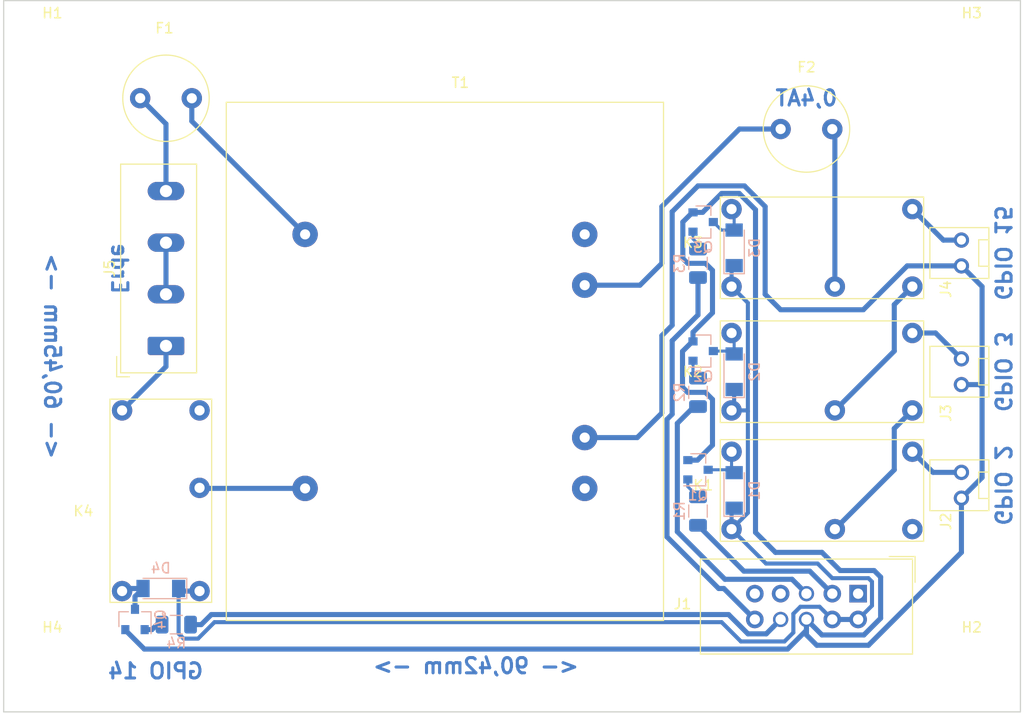
<source format=kicad_pcb>
(kicad_pcb (version 20171130) (host pcbnew 5.1.4+dfsg1-1)

  (general
    (thickness 1.6)
    (drawings 12)
    (tracks 181)
    (zones 0)
    (modules 28)
    (nets 32)
  )

  (page A4)
  (layers
    (0 F.Cu signal)
    (31 B.Cu signal)
    (32 B.Adhes user)
    (33 F.Adhes user)
    (34 B.Paste user)
    (35 F.Paste user)
    (36 B.SilkS user)
    (37 F.SilkS user)
    (38 B.Mask user)
    (39 F.Mask user)
    (40 Dwgs.User user)
    (41 Cmts.User user)
    (42 Eco1.User user)
    (43 Eco2.User user)
    (44 Edge.Cuts user)
    (45 Margin user)
    (46 B.CrtYd user)
    (47 F.CrtYd user)
    (48 B.Fab user)
    (49 F.Fab user)
  )

  (setup
    (last_trace_width 0.5)
    (user_trace_width 0.5)
    (trace_clearance 0.3)
    (zone_clearance 0.508)
    (zone_45_only no)
    (trace_min 0.2)
    (via_size 0.8)
    (via_drill 0.4)
    (via_min_size 0.4)
    (via_min_drill 0.3)
    (uvia_size 0.3)
    (uvia_drill 0.1)
    (uvias_allowed no)
    (uvia_min_size 0.2)
    (uvia_min_drill 0.1)
    (edge_width 0.05)
    (segment_width 0.2)
    (pcb_text_width 0.3)
    (pcb_text_size 1.5 1.5)
    (mod_edge_width 0.12)
    (mod_text_size 1 1)
    (mod_text_width 0.15)
    (pad_size 1.5 1.5)
    (pad_drill 1.016)
    (pad_to_mask_clearance 0.051)
    (solder_mask_min_width 0.25)
    (aux_axis_origin 0 0)
    (visible_elements FEFFFF7F)
    (pcbplotparams
      (layerselection 0x010fc_ffffffff)
      (usegerberextensions false)
      (usegerberattributes false)
      (usegerberadvancedattributes false)
      (creategerberjobfile false)
      (excludeedgelayer true)
      (linewidth 0.100000)
      (plotframeref false)
      (viasonmask false)
      (mode 1)
      (useauxorigin false)
      (hpglpennumber 1)
      (hpglpenspeed 20)
      (hpglpendiameter 15.000000)
      (psnegative false)
      (psa4output false)
      (plotreference true)
      (plotvalue true)
      (plotinvisibletext false)
      (padsonsilk false)
      (subtractmaskfromsilk false)
      (outputformat 1)
      (mirror false)
      (drillshape 1)
      (scaleselection 1)
      (outputdirectory ""))
  )

  (net 0 "")
  (net 1 "Net-(D1-Pad2)")
  (net 2 +5V)
  (net 3 "Net-(D2-Pad2)")
  (net 4 "Net-(D3-Pad2)")
  (net 5 "Net-(D4-Pad2)")
  (net 6 "Net-(J1-Pad10)")
  (net 7 "Net-(J1-Pad9)")
  (net 8 "Net-(J1-Pad8)")
  (net 9 "Net-(J1-Pad7)")
  (net 10 GND)
  (net 11 "Net-(J1-Pad5)")
  (net 12 "Net-(J1-Pad3)")
  (net 13 "Net-(J1-Pad1)")
  (net 14 "Net-(J2-Pad1)")
  (net 15 "Net-(J3-Pad1)")
  (net 16 "Net-(J4-Pad1)")
  (net 17 "Net-(J5-Pad1)")
  (net 18 24V_AC)
  (net 19 "Net-(K4-Pad11)")
  (net 20 "Net-(Q1-Pad1)")
  (net 21 "Net-(Q2-Pad1)")
  (net 22 "Net-(Q3-Pad1)")
  (net 23 "Net-(Q4-Pad1)")
  (net 24 "Net-(K1-Pad11)")
  (net 25 "Net-(K1-Pad12)")
  (net 26 "Net-(K2-Pad11)")
  (net 27 "Net-(K4-Pad12)")
  (net 28 "Net-(J5-Pad2)")
  (net 29 "Net-(F1-Pad2)")
  (net 30 "Net-(F1-Pad1)")
  (net 31 "Net-(F2-Pad2)")

  (net_class Default "Dies ist die voreingestellte Netzklasse."
    (clearance 0.3)
    (trace_width 0.5)
    (via_dia 0.8)
    (via_drill 0.4)
    (uvia_dia 0.3)
    (uvia_drill 0.1)
    (add_net "Net-(D1-Pad2)")
    (add_net "Net-(D2-Pad2)")
    (add_net "Net-(D3-Pad2)")
    (add_net "Net-(D4-Pad2)")
    (add_net "Net-(F1-Pad1)")
    (add_net "Net-(F1-Pad2)")
    (add_net "Net-(F2-Pad2)")
    (add_net "Net-(J1-Pad1)")
    (add_net "Net-(J1-Pad10)")
    (add_net "Net-(J1-Pad3)")
    (add_net "Net-(J1-Pad5)")
    (add_net "Net-(J1-Pad7)")
    (add_net "Net-(J1-Pad8)")
    (add_net "Net-(J1-Pad9)")
    (add_net "Net-(J2-Pad1)")
    (add_net "Net-(J3-Pad1)")
    (add_net "Net-(J4-Pad1)")
    (add_net "Net-(J5-Pad1)")
    (add_net "Net-(J5-Pad2)")
    (add_net "Net-(K1-Pad11)")
    (add_net "Net-(K1-Pad12)")
    (add_net "Net-(K2-Pad11)")
    (add_net "Net-(K4-Pad11)")
    (add_net "Net-(K4-Pad12)")
    (add_net "Net-(Q1-Pad1)")
    (add_net "Net-(Q2-Pad1)")
    (add_net "Net-(Q3-Pad1)")
    (add_net "Net-(Q4-Pad1)")
  )

  (net_class 04er ""
    (clearance 0.3)
    (trace_width 0.4)
    (via_dia 0.8)
    (via_drill 0.4)
    (uvia_dia 0.3)
    (uvia_drill 0.1)
    (add_net +5V)
  )

  (net_class 05er ""
    (clearance 0.3)
    (trace_width 0.5)
    (via_dia 0.8)
    (via_drill 0.4)
    (uvia_dia 0.3)
    (uvia_drill 0.1)
    (add_net 24V_AC)
    (add_net GND)
  )

  (module Gerold:Schraubklemme_4-fach (layer F.Cu) (tedit 5EA5BD08) (tstamp 5EA1AD39)
    (at -34.036 -1.016 90)
    (descr "Generic Phoenix Contact connector footprint for: MCV_1,5/4-G-5.08; number of pins: 04; pin pitch: 5.08mm; Vertical || order number: 1836312 8A 320V")
    (tags "phoenix_contact connector MCV_01x04_G_5.08mm")
    (path /5EBD70A0)
    (fp_text reference J5 (at 7.62 -5.55 90) (layer F.SilkS)
      (effects (font (size 1 1) (thickness 0.15)))
    )
    (fp_text value "Netzanschluss 230V AC" (at 7.62 4.1 90) (layer F.Fab)
      (effects (font (size 1 1) (thickness 0.15)))
    )
    (fp_text user %R (at 7.62 -3.65 90) (layer F.Fab)
      (effects (font (size 1 1) (thickness 0.15)))
    )
    (fp_line (start -3.04 -4.85) (end -1.04 -4.85) (layer F.Fab) (width 0.1))
    (fp_line (start -3.04 -3.6) (end -3.04 -4.85) (layer F.Fab) (width 0.1))
    (fp_line (start -3.04 -4.85) (end -1.04 -4.85) (layer F.SilkS) (width 0.12))
    (fp_line (start -3.04 -3.6) (end -3.04 -4.85) (layer F.SilkS) (width 0.12))
    (fp_line (start 18.28 -4.85) (end -3.04 -4.85) (layer F.CrtYd) (width 0.05))
    (fp_line (start 18.28 3.4) (end 18.28 -4.85) (layer F.CrtYd) (width 0.05))
    (fp_line (start -3.04 3.4) (end 18.28 3.4) (layer F.CrtYd) (width 0.05))
    (fp_line (start -3.04 -4.85) (end -3.04 3.4) (layer F.CrtYd) (width 0.05))
    (fp_line (start 17.78 -4.35) (end -2.54 -4.35) (layer F.Fab) (width 0.1))
    (fp_line (start 17.78 2.9) (end 17.78 -4.35) (layer F.Fab) (width 0.1))
    (fp_line (start -2.54 2.9) (end 17.78 2.9) (layer F.Fab) (width 0.1))
    (fp_line (start -2.54 -4.35) (end -2.54 2.9) (layer F.Fab) (width 0.1))
    (fp_line (start 17.89 -4.46) (end -2.65 -4.46) (layer F.SilkS) (width 0.12))
    (fp_line (start 17.89 3.01) (end 17.89 -4.46) (layer F.SilkS) (width 0.12))
    (fp_line (start -2.65 3.01) (end 17.89 3.01) (layer F.SilkS) (width 0.12))
    (fp_line (start -2.65 -4.46) (end -2.65 3.01) (layer F.SilkS) (width 0.12))
    (pad 4 thru_hole oval (at 15.24 0 90) (size 1.8 3.6) (drill 1.2) (layers *.Cu *.Mask)
      (net 30 "Net-(F1-Pad1)"))
    (pad 3 thru_hole oval (at 10.16 0 90) (size 1.8 3.6) (drill 1.2) (layers *.Cu *.Mask)
      (net 28 "Net-(J5-Pad2)"))
    (pad 2 thru_hole oval (at 5.08 0 90) (size 1.8 3.6) (drill 1.2) (layers *.Cu *.Mask)
      (net 28 "Net-(J5-Pad2)"))
    (pad 1 thru_hole roundrect (at 0 0 90) (size 1.8 3.6) (drill 1.2) (layers *.Cu *.Mask) (roundrect_rratio 0.138889)
      (net 17 "Net-(J5-Pad1)"))
    (model /home/guenter/Dokumente/Kicad/3D/Schraubklemme_4-fach.step
      (offset (xyz 17.7 -4 0))
      (scale (xyz 1 1 1))
      (rotate (xyz 0 0 180))
    )
  )

  (module Gerold:PSS2542-2G (layer F.Cu) (tedit 5EA557D7) (tstamp 5EA1ACCE)
    (at 44.196 12.7 270)
    (path /5EAB73EE)
    (fp_text reference J2 (at 3.556 1.524 270) (layer F.SilkS)
      (effects (font (size 1 1) (thickness 0.15)))
    )
    (fp_text value "Ventil GPIO 2" (at 0 -0.5 270) (layer F.Fab)
      (effects (font (size 1 1) (thickness 0.15)))
    )
    (fp_line (start 1.3 -1.7) (end 1.3 -2.7) (layer F.SilkS) (width 0.12))
    (fp_line (start -1.3 -1.7) (end 1.3 -1.7) (layer F.SilkS) (width 0.12))
    (fp_line (start -1.3 -2.7) (end -1.3 -1.7) (layer F.SilkS) (width 0.12))
    (fp_line (start -2.5 -2.7) (end -2.5 3.1) (layer F.SilkS) (width 0.12))
    (fp_line (start 2.5 3.1) (end -2.5 3.1) (layer F.SilkS) (width 0.12))
    (fp_line (start 2.5 -2.7) (end 2.5 3.1) (layer F.SilkS) (width 0.12))
    (fp_line (start -2.5 -2.7) (end 2.5 -2.7) (layer F.SilkS) (width 0.12))
    (pad 2 thru_hole circle (at 1.27 0 270) (size 1.5 1.5) (drill 0.9) (layers *.Cu *.Mask)
      (net 10 GND))
    (pad 1 thru_hole circle (at -1.27 0 270) (size 1.5 1.5) (drill 0.9) (layers *.Cu *.Mask)
      (net 14 "Net-(J2-Pad1)"))
    (model /home/guenter/Dokumente/Kicad/3D/PSS254-2G.step
      (offset (xyz -2.65 -3.05 0))
      (scale (xyz 1 1 1))
      (rotate (xyz 0 0 0))
    )
  )

  (module Gerold:PSS2542-2G (layer F.Cu) (tedit 5EA557AB) (tstamp 5EA1ACDB)
    (at 44.196 1.524 270)
    (path /5EAB532A)
    (fp_text reference J3 (at 4.064 1.524 270) (layer F.SilkS)
      (effects (font (size 1 1) (thickness 0.15)))
    )
    (fp_text value "Ventil GPIO 3" (at 0 -0.5 270) (layer F.Fab)
      (effects (font (size 1 1) (thickness 0.15)))
    )
    (fp_line (start 1.3 -1.7) (end 1.3 -2.7) (layer F.SilkS) (width 0.12))
    (fp_line (start -1.3 -1.7) (end 1.3 -1.7) (layer F.SilkS) (width 0.12))
    (fp_line (start -1.3 -2.7) (end -1.3 -1.7) (layer F.SilkS) (width 0.12))
    (fp_line (start -2.5 -2.7) (end -2.5 3.1) (layer F.SilkS) (width 0.12))
    (fp_line (start 2.5 3.1) (end -2.5 3.1) (layer F.SilkS) (width 0.12))
    (fp_line (start 2.5 -2.7) (end 2.5 3.1) (layer F.SilkS) (width 0.12))
    (fp_line (start -2.5 -2.7) (end 2.5 -2.7) (layer F.SilkS) (width 0.12))
    (pad 2 thru_hole circle (at 1.27 0 270) (size 1.5 1.5) (drill 0.9) (layers *.Cu *.Mask)
      (net 10 GND))
    (pad 1 thru_hole circle (at -1.27 0 270) (size 1.5 1.5) (drill 0.9) (layers *.Cu *.Mask)
      (net 15 "Net-(J3-Pad1)"))
    (model /home/guenter/Dokumente/Kicad/3D/PSS254-2G.step
      (offset (xyz -2.65 -3.05 0))
      (scale (xyz 1 1 1))
      (rotate (xyz 0 0 0))
    )
  )

  (module Gerold:PSS2542-2G (layer F.Cu) (tedit 5EA55776) (tstamp 5EA1ACE8)
    (at 44.196 -10.16 270)
    (path /5EAB40E9)
    (fp_text reference J4 (at 3.556 1.524 270) (layer F.SilkS)
      (effects (font (size 1 1) (thickness 0.15)))
    )
    (fp_text value "Ventil GPIO 15" (at 0 -0.5 270) (layer F.Fab)
      (effects (font (size 1 1) (thickness 0.15)))
    )
    (fp_line (start 1.3 -1.7) (end 1.3 -2.7) (layer F.SilkS) (width 0.12))
    (fp_line (start -1.3 -1.7) (end 1.3 -1.7) (layer F.SilkS) (width 0.12))
    (fp_line (start -1.3 -2.7) (end -1.3 -1.7) (layer F.SilkS) (width 0.12))
    (fp_line (start -2.5 -2.7) (end -2.5 3.1) (layer F.SilkS) (width 0.12))
    (fp_line (start 2.5 3.1) (end -2.5 3.1) (layer F.SilkS) (width 0.12))
    (fp_line (start 2.5 -2.7) (end 2.5 3.1) (layer F.SilkS) (width 0.12))
    (fp_line (start -2.5 -2.7) (end 2.5 -2.7) (layer F.SilkS) (width 0.12))
    (pad 2 thru_hole circle (at 1.27 0 270) (size 1.5 1.5) (drill 0.9) (layers *.Cu *.Mask)
      (net 10 GND))
    (pad 1 thru_hole circle (at -1.27 0 270) (size 1.5 1.5) (drill 0.9) (layers *.Cu *.Mask)
      (net 16 "Net-(J4-Pad1)"))
    (model /home/guenter/Dokumente/Kicad/3D/PSS254-2G.step
      (offset (xyz -2.6 -3 0))
      (scale (xyz 1 1 1))
      (rotate (xyz 0 0 0))
    )
  )

  (module Gerold:Fuse_TR5 (layer F.Cu) (tedit 5EA5362B) (tstamp 5EA21300)
    (at 31.496 -22.352 180)
    (descr "Fuse, Fuseholder, TR5, Littelfuse/Wickmann, No. 460, No560, https://www.littelfuse.com/~/media/electronics/datasheets/fuse_holders/littelfuse_fuse_holder_559_560_datasheet.pdf.pdf")
    (tags "Fuse Fuseholder TR5 Littelfuse/Wickmann No. 460 No560 ")
    (path /5EC80121)
    (fp_text reference F2 (at 2.54 6.096) (layer F.SilkS)
      (effects (font (size 1 1) (thickness 0.15)))
    )
    (fp_text value 0,4AT (at 2.39 7.43) (layer F.Fab)
      (effects (font (size 1 1) (thickness 0.15)))
    )
    (fp_circle (center 2.54 0.01) (end 6.79 0.01) (layer F.SilkS) (width 0.12))
    (fp_circle (center 2.55 0) (end 6.9 0) (layer F.Fab) (width 0.1))
    (fp_text user %R (at 2.75 -2.75) (layer F.Fab)
      (effects (font (size 1 1) (thickness 0.15)))
    )
    (pad 2 thru_hole circle (at 5.08 0.01 180) (size 2 2) (drill 1) (layers *.Cu *.Mask)
      (net 31 "Net-(F2-Pad2)"))
    (pad 1 thru_hole circle (at 0 0 180) (size 2 2) (drill 1) (layers *.Cu *.Mask)
      (net 18 24V_AC))
    (model /home/guenter/Dokumente/Kicad/3D/TR5.step
      (offset (xyz 2.5 0 0))
      (scale (xyz 1 1 1))
      (rotate (xyz 0 0 0))
    )
  )

  (module Gerold:Fuse_TR5 (layer F.Cu) (tedit 5EA5362B) (tstamp 5EA212DF)
    (at -36.576 -25.4)
    (descr "Fuse, Fuseholder, TR5, Littelfuse/Wickmann, No. 460, No560, https://www.littelfuse.com/~/media/electronics/datasheets/fuse_holders/littelfuse_fuse_holder_559_560_datasheet.pdf.pdf")
    (tags "Fuse Fuseholder TR5 Littelfuse/Wickmann No. 460 No560 ")
    (path /5EC796AA)
    (fp_text reference F1 (at 2.39 -6.89) (layer F.SilkS)
      (effects (font (size 1 1) (thickness 0.15)))
    )
    (fp_text value Fuse (at 2.39 7.43) (layer F.Fab)
      (effects (font (size 1 1) (thickness 0.15)))
    )
    (fp_circle (center 2.54 0.01) (end 6.79 0.01) (layer F.SilkS) (width 0.12))
    (fp_circle (center 2.55 0) (end 6.9 0) (layer F.Fab) (width 0.1))
    (fp_text user %R (at 2.75 -2.75) (layer F.Fab)
      (effects (font (size 1 1) (thickness 0.15)))
    )
    (pad 2 thru_hole circle (at 5.08 0.01) (size 2 2) (drill 1) (layers *.Cu *.Mask)
      (net 29 "Net-(F1-Pad2)"))
    (pad 1 thru_hole circle (at 0 0) (size 2 2) (drill 1) (layers *.Cu *.Mask)
      (net 30 "Net-(F1-Pad1)"))
    (model /home/guenter/Dokumente/Kicad/3D/TR5.step
      (offset (xyz 2.5 0 0))
      (scale (xyz 1 1 1))
      (rotate (xyz 0 0 0))
    )
  )

  (module MountingHole:MountingHole_3.2mm_M3_DIN965 (layer F.Cu) (tedit 56D1B4CB) (tstamp 5EA22720)
    (at -45.212 30.48)
    (descr "Mounting Hole 3.2mm, no annular, M3, DIN965")
    (tags "mounting hole 3.2mm no annular m3 din965")
    (path /5ECA041A)
    (attr virtual)
    (fp_text reference H4 (at 0 -3.8) (layer F.SilkS)
      (effects (font (size 1 1) (thickness 0.15)))
    )
    (fp_text value MountingHole (at 0 3.8) (layer F.Fab)
      (effects (font (size 1 1) (thickness 0.15)))
    )
    (fp_circle (center 0 0) (end 3.05 0) (layer F.CrtYd) (width 0.05))
    (fp_circle (center 0 0) (end 2.8 0) (layer Cmts.User) (width 0.15))
    (fp_text user %R (at 0.3 0) (layer F.Fab)
      (effects (font (size 1 1) (thickness 0.15)))
    )
    (pad 1 np_thru_hole circle (at 0 0) (size 3.2 3.2) (drill 3.2) (layers *.Cu *.Mask))
  )

  (module MountingHole:MountingHole_3.2mm_M3_DIN965 (layer F.Cu) (tedit 56D1B4CB) (tstamp 5EA22718)
    (at 45.212 -29.972)
    (descr "Mounting Hole 3.2mm, no annular, M3, DIN965")
    (tags "mounting hole 3.2mm no annular m3 din965")
    (path /5ECA003C)
    (attr virtual)
    (fp_text reference H3 (at 0 -3.8) (layer F.SilkS)
      (effects (font (size 1 1) (thickness 0.15)))
    )
    (fp_text value MountingHole (at 0 3.8) (layer F.Fab)
      (effects (font (size 1 1) (thickness 0.15)))
    )
    (fp_circle (center 0 0) (end 3.05 0) (layer F.CrtYd) (width 0.05))
    (fp_circle (center 0 0) (end 2.8 0) (layer Cmts.User) (width 0.15))
    (fp_text user %R (at 0.3 0) (layer F.Fab)
      (effects (font (size 1 1) (thickness 0.15)))
    )
    (pad 1 np_thru_hole circle (at 0 0) (size 3.2 3.2) (drill 3.2) (layers *.Cu *.Mask))
  )

  (module MountingHole:MountingHole_3.2mm_M3_DIN965 (layer F.Cu) (tedit 56D1B4CB) (tstamp 5EA22710)
    (at 45.212 30.48)
    (descr "Mounting Hole 3.2mm, no annular, M3, DIN965")
    (tags "mounting hole 3.2mm no annular m3 din965")
    (path /5EC9FA5F)
    (attr virtual)
    (fp_text reference H2 (at 0 -3.8) (layer F.SilkS)
      (effects (font (size 1 1) (thickness 0.15)))
    )
    (fp_text value MountingHole (at 0 3.8) (layer F.Fab)
      (effects (font (size 1 1) (thickness 0.15)))
    )
    (fp_circle (center 0 0) (end 3.05 0) (layer F.CrtYd) (width 0.05))
    (fp_circle (center 0 0) (end 2.8 0) (layer Cmts.User) (width 0.15))
    (fp_text user %R (at 0.3 0) (layer F.Fab)
      (effects (font (size 1 1) (thickness 0.15)))
    )
    (pad 1 np_thru_hole circle (at 0 0) (size 3.2 3.2) (drill 3.2) (layers *.Cu *.Mask))
  )

  (module MountingHole:MountingHole_3.2mm_M3_DIN965 (layer F.Cu) (tedit 56D1B4CB) (tstamp 5EA22708)
    (at -45.212 -29.972)
    (descr "Mounting Hole 3.2mm, no annular, M3, DIN965")
    (tags "mounting hole 3.2mm no annular m3 din965")
    (path /5EC9D0A4)
    (attr virtual)
    (fp_text reference H1 (at 0 -3.8) (layer F.SilkS)
      (effects (font (size 1 1) (thickness 0.15)))
    )
    (fp_text value MountingHole (at 0 3.8) (layer F.Fab)
      (effects (font (size 1 1) (thickness 0.15)))
    )
    (fp_circle (center 0 0) (end 3.05 0) (layer F.CrtYd) (width 0.05))
    (fp_circle (center 0 0) (end 2.8 0) (layer Cmts.User) (width 0.15))
    (fp_text user %R (at 0.3 0) (layer F.Fab)
      (effects (font (size 1 1) (thickness 0.15)))
    )
    (pad 1 np_thru_hole circle (at 0 0) (size 3.2 3.2) (drill 3.2) (layers *.Cu *.Mask))
  )

  (module Gerold:VC10_1_24 (layer F.Cu) (tedit 5EA17286) (tstamp 5EA1AE7B)
    (at -6.604 0.508 270)
    (path /5EA6A3FF)
    (fp_text reference T1 (at -27.432 -1.524 180) (layer F.SilkS)
      (effects (font (size 1 1) (thickness 0.15)))
    )
    (fp_text value VC10_1_24 (at 0.32 -3.02 90) (layer F.Fab)
      (effects (font (size 1 1) (thickness 0.15)))
    )
    (fp_line (start -25.5 21.5) (end -25.5 -21.5) (layer F.SilkS) (width 0.12))
    (fp_line (start 25.5 21.5) (end -25.5 21.5) (layer F.SilkS) (width 0.12))
    (fp_line (start 25.5 -21.5) (end 25.5 21.5) (layer F.SilkS) (width 0.12))
    (fp_line (start -25.5 -21.5) (end 25.5 -21.5) (layer F.SilkS) (width 0.12))
    (pad 6 thru_hole circle (at 12.5 -13.75 270) (size 2.5 2.5) (drill 1) (layers *.Cu *.Mask))
    (pad 4 thru_hole circle (at 7.5 -13.75 270) (size 2.5 2.5) (drill 1) (layers *.Cu *.Mask)
      (net 10 GND))
    (pad 3 thru_hole circle (at -7.5 -13.75 270) (size 2.5 2.5) (drill 1) (layers *.Cu *.Mask)
      (net 31 "Net-(F2-Pad2)"))
    (pad 5 thru_hole circle (at -12.5 -13.75 270) (size 2.5 2.5) (drill 1) (layers *.Cu *.Mask))
    (pad 2 thru_hole circle (at 12.5 13.75 270) (size 2.5 2.5) (drill 1) (layers *.Cu *.Mask)
      (net 19 "Net-(K4-Pad11)"))
    (pad 1 thru_hole circle (at -12.5 13.75 270) (size 2.5 2.5) (drill 1) (layers *.Cu *.Mask)
      (net 29 "Net-(F1-Pad2)"))
    (model /home/guenter/Dokumente/Kicad/3D/Trafo.step
      (offset (xyz -25.5 -21.5 0))
      (scale (xyz 1 1 1))
      (rotate (xyz 0 0 0))
    )
  )

  (module Gerold:PE014005 (layer F.Cu) (tedit 5EA183BF) (tstamp 5EA1C922)
    (at -34.544 14.224 90)
    (path /5EA85111)
    (fp_text reference K4 (at -1.016 -7.62 180) (layer F.SilkS)
      (effects (font (size 1 1) (thickness 0.15)))
    )
    (fp_text value PE014005 (at 0 -0.5 90) (layer F.Fab)
      (effects (font (size 1 1) (thickness 0.15)))
    )
    (fp_line (start -10 -5) (end -10 5) (layer F.SilkS) (width 0.12))
    (fp_line (start 10 5) (end -10 5) (layer F.SilkS) (width 0.12))
    (fp_line (start 10 -5) (end 10 5) (layer F.SilkS) (width 0.12))
    (fp_line (start -10 -5) (end 10 -5) (layer F.SilkS) (width 0.12))
    (pad 11 thru_hole circle (at 1.27 3.81 90) (size 2 2) (drill 1) (layers *.Cu *.Mask)
      (net 19 "Net-(K4-Pad11)"))
    (pad 12 thru_hole circle (at 8.89 3.81 90) (size 2 2) (drill 1) (layers *.Cu *.Mask)
      (net 27 "Net-(K4-Pad12)"))
    (pad 14 thru_hole circle (at 8.89 -3.81 90) (size 2 2) (drill 1) (layers *.Cu *.Mask)
      (net 17 "Net-(J5-Pad1)"))
    (pad A1 thru_hole circle (at -8.89 3.81 90) (size 2 2) (drill 1) (layers *.Cu *.Mask)
      (net 2 +5V))
    (pad A2 thru_hole circle (at -8.89 -3.81 90) (size 2 2) (drill 1) (layers *.Cu *.Mask)
      (net 5 "Net-(D4-Pad2)"))
    (model /home/guenter/Dokumente/Kicad/3D/Relais.step
      (offset (xyz -10 -5 0))
      (scale (xyz 1 1 1))
      (rotate (xyz 0 0 0))
    )
  )

  (module Gerold:PE014005 (layer F.Cu) (tedit 5EA183BF) (tstamp 5EA1C915)
    (at 30.48 -10.668)
    (path /5EA68802)
    (fp_text reference K3 (at -12.7 -0.508) (layer F.SilkS)
      (effects (font (size 1 1) (thickness 0.15)))
    )
    (fp_text value PE014005 (at 0 -0.5) (layer F.Fab)
      (effects (font (size 1 1) (thickness 0.15)))
    )
    (fp_line (start -10 -5) (end -10 5) (layer F.SilkS) (width 0.12))
    (fp_line (start 10 5) (end -10 5) (layer F.SilkS) (width 0.12))
    (fp_line (start 10 -5) (end 10 5) (layer F.SilkS) (width 0.12))
    (fp_line (start -10 -5) (end 10 -5) (layer F.SilkS) (width 0.12))
    (pad 11 thru_hole circle (at 1.27 3.81) (size 2 2) (drill 1) (layers *.Cu *.Mask)
      (net 18 24V_AC))
    (pad 12 thru_hole circle (at 8.89 3.81) (size 2 2) (drill 1) (layers *.Cu *.Mask)
      (net 26 "Net-(K2-Pad11)"))
    (pad 14 thru_hole circle (at 8.89 -3.81) (size 2 2) (drill 1) (layers *.Cu *.Mask)
      (net 16 "Net-(J4-Pad1)"))
    (pad A1 thru_hole circle (at -8.89 3.81) (size 2 2) (drill 1) (layers *.Cu *.Mask)
      (net 2 +5V))
    (pad A2 thru_hole circle (at -8.89 -3.81) (size 2 2) (drill 1) (layers *.Cu *.Mask)
      (net 4 "Net-(D3-Pad2)"))
    (model /home/guenter/Dokumente/Kicad/3D/Relais.step
      (offset (xyz -10 -5 0))
      (scale (xyz 1 1 1))
      (rotate (xyz 0 0 0))
    )
  )

  (module Gerold:PE014005 (layer F.Cu) (tedit 5EA183BF) (tstamp 5EA1C908)
    (at 30.48 1.524)
    (path /5EA6512E)
    (fp_text reference K2 (at -12.7 0) (layer F.SilkS)
      (effects (font (size 1 1) (thickness 0.15)))
    )
    (fp_text value PE014005 (at 0 -0.5) (layer F.Fab)
      (effects (font (size 1 1) (thickness 0.15)))
    )
    (fp_line (start -10 -5) (end -10 5) (layer F.SilkS) (width 0.12))
    (fp_line (start 10 5) (end -10 5) (layer F.SilkS) (width 0.12))
    (fp_line (start 10 -5) (end 10 5) (layer F.SilkS) (width 0.12))
    (fp_line (start -10 -5) (end 10 -5) (layer F.SilkS) (width 0.12))
    (pad 11 thru_hole circle (at 1.27 3.81) (size 2 2) (drill 1) (layers *.Cu *.Mask)
      (net 26 "Net-(K2-Pad11)"))
    (pad 12 thru_hole circle (at 8.89 3.81) (size 2 2) (drill 1) (layers *.Cu *.Mask)
      (net 24 "Net-(K1-Pad11)"))
    (pad 14 thru_hole circle (at 8.89 -3.81) (size 2 2) (drill 1) (layers *.Cu *.Mask)
      (net 15 "Net-(J3-Pad1)"))
    (pad A1 thru_hole circle (at -8.89 3.81) (size 2 2) (drill 1) (layers *.Cu *.Mask)
      (net 2 +5V))
    (pad A2 thru_hole circle (at -8.89 -3.81) (size 2 2) (drill 1) (layers *.Cu *.Mask)
      (net 3 "Net-(D2-Pad2)"))
    (model /home/guenter/Dokumente/Kicad/3D/Relais.step
      (offset (xyz -10 -5 0))
      (scale (xyz 1 1 1))
      (rotate (xyz 0 0 0))
    )
  )

  (module Gerold:PE014005 (layer F.Cu) (tedit 5EA183BF) (tstamp 5EA1C8FB)
    (at 30.48 13.208)
    (path /5EA587EC)
    (fp_text reference K1 (at -11.684 -0.508) (layer F.SilkS)
      (effects (font (size 1 1) (thickness 0.15)))
    )
    (fp_text value PE014005 (at 0 -0.5) (layer F.Fab)
      (effects (font (size 1 1) (thickness 0.15)))
    )
    (fp_line (start -10 -5) (end -10 5) (layer F.SilkS) (width 0.12))
    (fp_line (start 10 5) (end -10 5) (layer F.SilkS) (width 0.12))
    (fp_line (start 10 -5) (end 10 5) (layer F.SilkS) (width 0.12))
    (fp_line (start -10 -5) (end 10 -5) (layer F.SilkS) (width 0.12))
    (pad 11 thru_hole circle (at 1.27 3.81) (size 2 2) (drill 1) (layers *.Cu *.Mask)
      (net 24 "Net-(K1-Pad11)"))
    (pad 12 thru_hole circle (at 8.89 3.81) (size 2 2) (drill 1) (layers *.Cu *.Mask)
      (net 25 "Net-(K1-Pad12)"))
    (pad 14 thru_hole circle (at 8.89 -3.81) (size 2 2) (drill 1) (layers *.Cu *.Mask)
      (net 14 "Net-(J2-Pad1)"))
    (pad A1 thru_hole circle (at -8.89 3.81) (size 2 2) (drill 1) (layers *.Cu *.Mask)
      (net 2 +5V))
    (pad A2 thru_hole circle (at -8.89 -3.81) (size 2 2) (drill 1) (layers *.Cu *.Mask)
      (net 1 "Net-(D1-Pad2)"))
    (model /home/guenter/Dokumente/Kicad/3D/Relais.step
      (offset (xyz -10 -5 0))
      (scale (xyz 1 1 1))
      (rotate (xyz 0 0 0))
    )
  )

  (module Resistor_SMD:R_1206_3216Metric (layer B.Cu) (tedit 5B301BBD) (tstamp 5EA1AE6D)
    (at -33.02 26.416)
    (descr "Resistor SMD 1206 (3216 Metric), square (rectangular) end terminal, IPC_7351 nominal, (Body size source: http://www.tortai-tech.com/upload/download/2011102023233369053.pdf), generated with kicad-footprint-generator")
    (tags resistor)
    (path /5EA85105)
    (attr smd)
    (fp_text reference R4 (at 0 1.82) (layer B.SilkS)
      (effects (font (size 1 1) (thickness 0.15)) (justify mirror))
    )
    (fp_text value 33 (at 0 -1.82) (layer B.Fab)
      (effects (font (size 1 1) (thickness 0.15)) (justify mirror))
    )
    (fp_text user %R (at 0 0) (layer B.Fab)
      (effects (font (size 0.8 0.8) (thickness 0.12)) (justify mirror))
    )
    (fp_line (start 2.28 -1.12) (end -2.28 -1.12) (layer B.CrtYd) (width 0.05))
    (fp_line (start 2.28 1.12) (end 2.28 -1.12) (layer B.CrtYd) (width 0.05))
    (fp_line (start -2.28 1.12) (end 2.28 1.12) (layer B.CrtYd) (width 0.05))
    (fp_line (start -2.28 -1.12) (end -2.28 1.12) (layer B.CrtYd) (width 0.05))
    (fp_line (start -0.602064 -0.91) (end 0.602064 -0.91) (layer B.SilkS) (width 0.12))
    (fp_line (start -0.602064 0.91) (end 0.602064 0.91) (layer B.SilkS) (width 0.12))
    (fp_line (start 1.6 -0.8) (end -1.6 -0.8) (layer B.Fab) (width 0.1))
    (fp_line (start 1.6 0.8) (end 1.6 -0.8) (layer B.Fab) (width 0.1))
    (fp_line (start -1.6 0.8) (end 1.6 0.8) (layer B.Fab) (width 0.1))
    (fp_line (start -1.6 -0.8) (end -1.6 0.8) (layer B.Fab) (width 0.1))
    (pad 2 smd roundrect (at 1.4 0) (size 1.25 1.75) (layers B.Cu B.Paste B.Mask) (roundrect_rratio 0.2)
      (net 8 "Net-(J1-Pad8)"))
    (pad 1 smd roundrect (at -1.4 0) (size 1.25 1.75) (layers B.Cu B.Paste B.Mask) (roundrect_rratio 0.2)
      (net 23 "Net-(Q4-Pad1)"))
    (model ${KISYS3DMOD}/Resistor_SMD.3dshapes/R_1206_3216Metric.wrl
      (at (xyz 0 0 0))
      (scale (xyz 1 1 1))
      (rotate (xyz 0 0 0))
    )
  )

  (module Resistor_SMD:R_1206_3216Metric (layer B.Cu) (tedit 5B301BBD) (tstamp 5EA1AE5C)
    (at 18.288 -9.144 270)
    (descr "Resistor SMD 1206 (3216 Metric), square (rectangular) end terminal, IPC_7351 nominal, (Body size source: http://www.tortai-tech.com/upload/download/2011102023233369053.pdf), generated with kicad-footprint-generator")
    (tags resistor)
    (path /5EA687F6)
    (attr smd)
    (fp_text reference R3 (at 0 1.82 270) (layer B.SilkS)
      (effects (font (size 1 1) (thickness 0.15)) (justify mirror))
    )
    (fp_text value 33 (at 0 -1.82 270) (layer B.Fab)
      (effects (font (size 1 1) (thickness 0.15)) (justify mirror))
    )
    (fp_text user %R (at 0 0 270) (layer B.Fab)
      (effects (font (size 0.8 0.8) (thickness 0.12)) (justify mirror))
    )
    (fp_line (start 2.28 -1.12) (end -2.28 -1.12) (layer B.CrtYd) (width 0.05))
    (fp_line (start 2.28 1.12) (end 2.28 -1.12) (layer B.CrtYd) (width 0.05))
    (fp_line (start -2.28 1.12) (end 2.28 1.12) (layer B.CrtYd) (width 0.05))
    (fp_line (start -2.28 -1.12) (end -2.28 1.12) (layer B.CrtYd) (width 0.05))
    (fp_line (start -0.602064 -0.91) (end 0.602064 -0.91) (layer B.SilkS) (width 0.12))
    (fp_line (start -0.602064 0.91) (end 0.602064 0.91) (layer B.SilkS) (width 0.12))
    (fp_line (start 1.6 -0.8) (end -1.6 -0.8) (layer B.Fab) (width 0.1))
    (fp_line (start 1.6 0.8) (end 1.6 -0.8) (layer B.Fab) (width 0.1))
    (fp_line (start -1.6 0.8) (end 1.6 0.8) (layer B.Fab) (width 0.1))
    (fp_line (start -1.6 -0.8) (end -1.6 0.8) (layer B.Fab) (width 0.1))
    (pad 2 smd roundrect (at 1.4 0 270) (size 1.25 1.75) (layers B.Cu B.Paste B.Mask) (roundrect_rratio 0.2)
      (net 6 "Net-(J1-Pad10)"))
    (pad 1 smd roundrect (at -1.4 0 270) (size 1.25 1.75) (layers B.Cu B.Paste B.Mask) (roundrect_rratio 0.2)
      (net 22 "Net-(Q3-Pad1)"))
    (model ${KISYS3DMOD}/Resistor_SMD.3dshapes/R_1206_3216Metric.wrl
      (at (xyz 0 0 0))
      (scale (xyz 1 1 1))
      (rotate (xyz 0 0 0))
    )
  )

  (module Resistor_SMD:R_1206_3216Metric (layer B.Cu) (tedit 5B301BBD) (tstamp 5EA1AE4B)
    (at 18.288 3.556 270)
    (descr "Resistor SMD 1206 (3216 Metric), square (rectangular) end terminal, IPC_7351 nominal, (Body size source: http://www.tortai-tech.com/upload/download/2011102023233369053.pdf), generated with kicad-footprint-generator")
    (tags resistor)
    (path /5EA65122)
    (attr smd)
    (fp_text reference R2 (at 0 1.82 270) (layer B.SilkS)
      (effects (font (size 1 1) (thickness 0.15)) (justify mirror))
    )
    (fp_text value 33 (at 0 -1.82 270) (layer B.Fab)
      (effects (font (size 1 1) (thickness 0.15)) (justify mirror))
    )
    (fp_text user %R (at 0 0 270) (layer B.Fab)
      (effects (font (size 0.8 0.8) (thickness 0.12)) (justify mirror))
    )
    (fp_line (start 2.28 -1.12) (end -2.28 -1.12) (layer B.CrtYd) (width 0.05))
    (fp_line (start 2.28 1.12) (end 2.28 -1.12) (layer B.CrtYd) (width 0.05))
    (fp_line (start -2.28 1.12) (end 2.28 1.12) (layer B.CrtYd) (width 0.05))
    (fp_line (start -2.28 -1.12) (end -2.28 1.12) (layer B.CrtYd) (width 0.05))
    (fp_line (start -0.602064 -0.91) (end 0.602064 -0.91) (layer B.SilkS) (width 0.12))
    (fp_line (start -0.602064 0.91) (end 0.602064 0.91) (layer B.SilkS) (width 0.12))
    (fp_line (start 1.6 -0.8) (end -1.6 -0.8) (layer B.Fab) (width 0.1))
    (fp_line (start 1.6 0.8) (end 1.6 -0.8) (layer B.Fab) (width 0.1))
    (fp_line (start -1.6 0.8) (end 1.6 0.8) (layer B.Fab) (width 0.1))
    (fp_line (start -1.6 -0.8) (end -1.6 0.8) (layer B.Fab) (width 0.1))
    (pad 2 smd roundrect (at 1.4 0 270) (size 1.25 1.75) (layers B.Cu B.Paste B.Mask) (roundrect_rratio 0.2)
      (net 11 "Net-(J1-Pad5)"))
    (pad 1 smd roundrect (at -1.4 0 270) (size 1.25 1.75) (layers B.Cu B.Paste B.Mask) (roundrect_rratio 0.2)
      (net 21 "Net-(Q2-Pad1)"))
    (model ${KISYS3DMOD}/Resistor_SMD.3dshapes/R_1206_3216Metric.wrl
      (at (xyz 0 0 0))
      (scale (xyz 1 1 1))
      (rotate (xyz 0 0 0))
    )
  )

  (module Resistor_SMD:R_1206_3216Metric (layer B.Cu) (tedit 5B301BBD) (tstamp 5EA1AE3A)
    (at 18.288 15.24 270)
    (descr "Resistor SMD 1206 (3216 Metric), square (rectangular) end terminal, IPC_7351 nominal, (Body size source: http://www.tortai-tech.com/upload/download/2011102023233369053.pdf), generated with kicad-footprint-generator")
    (tags resistor)
    (path /5EA56A8E)
    (attr smd)
    (fp_text reference R1 (at 0 1.82 270) (layer B.SilkS)
      (effects (font (size 1 1) (thickness 0.15)) (justify mirror))
    )
    (fp_text value 33 (at 0 -1.82 270) (layer B.Fab)
      (effects (font (size 1 1) (thickness 0.15)) (justify mirror))
    )
    (fp_text user %R (at 0 0 270) (layer B.Fab)
      (effects (font (size 0.8 0.8) (thickness 0.12)) (justify mirror))
    )
    (fp_line (start 2.28 -1.12) (end -2.28 -1.12) (layer B.CrtYd) (width 0.05))
    (fp_line (start 2.28 1.12) (end 2.28 -1.12) (layer B.CrtYd) (width 0.05))
    (fp_line (start -2.28 1.12) (end 2.28 1.12) (layer B.CrtYd) (width 0.05))
    (fp_line (start -2.28 -1.12) (end -2.28 1.12) (layer B.CrtYd) (width 0.05))
    (fp_line (start -0.602064 -0.91) (end 0.602064 -0.91) (layer B.SilkS) (width 0.12))
    (fp_line (start -0.602064 0.91) (end 0.602064 0.91) (layer B.SilkS) (width 0.12))
    (fp_line (start 1.6 -0.8) (end -1.6 -0.8) (layer B.Fab) (width 0.1))
    (fp_line (start 1.6 0.8) (end 1.6 -0.8) (layer B.Fab) (width 0.1))
    (fp_line (start -1.6 0.8) (end 1.6 0.8) (layer B.Fab) (width 0.1))
    (fp_line (start -1.6 -0.8) (end -1.6 0.8) (layer B.Fab) (width 0.1))
    (pad 2 smd roundrect (at 1.4 0 270) (size 1.25 1.75) (layers B.Cu B.Paste B.Mask) (roundrect_rratio 0.2)
      (net 12 "Net-(J1-Pad3)"))
    (pad 1 smd roundrect (at -1.4 0 270) (size 1.25 1.75) (layers B.Cu B.Paste B.Mask) (roundrect_rratio 0.2)
      (net 20 "Net-(Q1-Pad1)"))
    (model ${KISYS3DMOD}/Resistor_SMD.3dshapes/R_1206_3216Metric.wrl
      (at (xyz 0 0 0))
      (scale (xyz 1 1 1))
      (rotate (xyz 0 0 0))
    )
  )

  (module Package_TO_SOT_SMD:SOT-23 (layer B.Cu) (tedit 5A02FF57) (tstamp 5EA1AE29)
    (at -37.084 25.908 90)
    (descr "SOT-23, Standard")
    (tags SOT-23)
    (path /5EA850FF)
    (attr smd)
    (fp_text reference Q4 (at 0 2.5 270) (layer B.SilkS)
      (effects (font (size 1 1) (thickness 0.15)) (justify mirror))
    )
    (fp_text value IRLML0100 (at 0 -2.5 270) (layer B.Fab)
      (effects (font (size 1 1) (thickness 0.15)) (justify mirror))
    )
    (fp_line (start 0.76 -1.58) (end -0.7 -1.58) (layer B.SilkS) (width 0.12))
    (fp_line (start 0.76 1.58) (end -1.4 1.58) (layer B.SilkS) (width 0.12))
    (fp_line (start -1.7 -1.75) (end -1.7 1.75) (layer B.CrtYd) (width 0.05))
    (fp_line (start 1.7 -1.75) (end -1.7 -1.75) (layer B.CrtYd) (width 0.05))
    (fp_line (start 1.7 1.75) (end 1.7 -1.75) (layer B.CrtYd) (width 0.05))
    (fp_line (start -1.7 1.75) (end 1.7 1.75) (layer B.CrtYd) (width 0.05))
    (fp_line (start 0.76 1.58) (end 0.76 0.65) (layer B.SilkS) (width 0.12))
    (fp_line (start 0.76 -1.58) (end 0.76 -0.65) (layer B.SilkS) (width 0.12))
    (fp_line (start -0.7 -1.52) (end 0.7 -1.52) (layer B.Fab) (width 0.1))
    (fp_line (start 0.7 1.52) (end 0.7 -1.52) (layer B.Fab) (width 0.1))
    (fp_line (start -0.7 0.95) (end -0.15 1.52) (layer B.Fab) (width 0.1))
    (fp_line (start -0.15 1.52) (end 0.7 1.52) (layer B.Fab) (width 0.1))
    (fp_line (start -0.7 0.95) (end -0.7 -1.5) (layer B.Fab) (width 0.1))
    (fp_text user %R (at 0 0) (layer B.Fab)
      (effects (font (size 0.5 0.5) (thickness 0.075)) (justify mirror))
    )
    (pad 3 smd rect (at 1 0 90) (size 0.9 0.8) (layers B.Cu B.Paste B.Mask)
      (net 5 "Net-(D4-Pad2)"))
    (pad 2 smd rect (at -1 -0.95 90) (size 0.9 0.8) (layers B.Cu B.Paste B.Mask)
      (net 10 GND))
    (pad 1 smd rect (at -1 0.95 90) (size 0.9 0.8) (layers B.Cu B.Paste B.Mask)
      (net 23 "Net-(Q4-Pad1)"))
    (model ${KISYS3DMOD}/Package_TO_SOT_SMD.3dshapes/SOT-23.wrl
      (at (xyz 0 0 0))
      (scale (xyz 1 1 1))
      (rotate (xyz 0 0 0))
    )
  )

  (module Package_TO_SOT_SMD:SOT-23 (layer B.Cu) (tedit 5A02FF57) (tstamp 5EA1AE14)
    (at 18.796 -13.208)
    (descr "SOT-23, Standard")
    (tags SOT-23)
    (path /5EA687F0)
    (attr smd)
    (fp_text reference Q3 (at 0 2.5) (layer B.SilkS)
      (effects (font (size 1 1) (thickness 0.15)) (justify mirror))
    )
    (fp_text value IRLML0100 (at 0 -2.5) (layer B.Fab)
      (effects (font (size 1 1) (thickness 0.15)) (justify mirror))
    )
    (fp_line (start 0.76 -1.58) (end -0.7 -1.58) (layer B.SilkS) (width 0.12))
    (fp_line (start 0.76 1.58) (end -1.4 1.58) (layer B.SilkS) (width 0.12))
    (fp_line (start -1.7 -1.75) (end -1.7 1.75) (layer B.CrtYd) (width 0.05))
    (fp_line (start 1.7 -1.75) (end -1.7 -1.75) (layer B.CrtYd) (width 0.05))
    (fp_line (start 1.7 1.75) (end 1.7 -1.75) (layer B.CrtYd) (width 0.05))
    (fp_line (start -1.7 1.75) (end 1.7 1.75) (layer B.CrtYd) (width 0.05))
    (fp_line (start 0.76 1.58) (end 0.76 0.65) (layer B.SilkS) (width 0.12))
    (fp_line (start 0.76 -1.58) (end 0.76 -0.65) (layer B.SilkS) (width 0.12))
    (fp_line (start -0.7 -1.52) (end 0.7 -1.52) (layer B.Fab) (width 0.1))
    (fp_line (start 0.7 1.52) (end 0.7 -1.52) (layer B.Fab) (width 0.1))
    (fp_line (start -0.7 0.95) (end -0.15 1.52) (layer B.Fab) (width 0.1))
    (fp_line (start -0.15 1.52) (end 0.7 1.52) (layer B.Fab) (width 0.1))
    (fp_line (start -0.7 0.95) (end -0.7 -1.5) (layer B.Fab) (width 0.1))
    (fp_text user %R (at 0 0 -90) (layer B.Fab)
      (effects (font (size 0.5 0.5) (thickness 0.075)) (justify mirror))
    )
    (pad 3 smd rect (at 1 0) (size 0.9 0.8) (layers B.Cu B.Paste B.Mask)
      (net 4 "Net-(D3-Pad2)"))
    (pad 2 smd rect (at -1 -0.95) (size 0.9 0.8) (layers B.Cu B.Paste B.Mask)
      (net 10 GND))
    (pad 1 smd rect (at -1 0.95) (size 0.9 0.8) (layers B.Cu B.Paste B.Mask)
      (net 22 "Net-(Q3-Pad1)"))
    (model ${KISYS3DMOD}/Package_TO_SOT_SMD.3dshapes/SOT-23.wrl
      (at (xyz 0 0 0))
      (scale (xyz 1 1 1))
      (rotate (xyz 0 0 0))
    )
  )

  (module Package_TO_SOT_SMD:SOT-23 (layer B.Cu) (tedit 5A02FF57) (tstamp 5EA1ADFF)
    (at 18.796 -0.508)
    (descr "SOT-23, Standard")
    (tags SOT-23)
    (path /5EA6511C)
    (attr smd)
    (fp_text reference Q2 (at 0 2.5) (layer B.SilkS)
      (effects (font (size 1 1) (thickness 0.15)) (justify mirror))
    )
    (fp_text value IRLML0100 (at 0 -2.5) (layer B.Fab)
      (effects (font (size 1 1) (thickness 0.15)) (justify mirror))
    )
    (fp_line (start 0.76 -1.58) (end -0.7 -1.58) (layer B.SilkS) (width 0.12))
    (fp_line (start 0.76 1.58) (end -1.4 1.58) (layer B.SilkS) (width 0.12))
    (fp_line (start -1.7 -1.75) (end -1.7 1.75) (layer B.CrtYd) (width 0.05))
    (fp_line (start 1.7 -1.75) (end -1.7 -1.75) (layer B.CrtYd) (width 0.05))
    (fp_line (start 1.7 1.75) (end 1.7 -1.75) (layer B.CrtYd) (width 0.05))
    (fp_line (start -1.7 1.75) (end 1.7 1.75) (layer B.CrtYd) (width 0.05))
    (fp_line (start 0.76 1.58) (end 0.76 0.65) (layer B.SilkS) (width 0.12))
    (fp_line (start 0.76 -1.58) (end 0.76 -0.65) (layer B.SilkS) (width 0.12))
    (fp_line (start -0.7 -1.52) (end 0.7 -1.52) (layer B.Fab) (width 0.1))
    (fp_line (start 0.7 1.52) (end 0.7 -1.52) (layer B.Fab) (width 0.1))
    (fp_line (start -0.7 0.95) (end -0.15 1.52) (layer B.Fab) (width 0.1))
    (fp_line (start -0.15 1.52) (end 0.7 1.52) (layer B.Fab) (width 0.1))
    (fp_line (start -0.7 0.95) (end -0.7 -1.5) (layer B.Fab) (width 0.1))
    (fp_text user %R (at 0 0 -90) (layer B.Fab)
      (effects (font (size 0.5 0.5) (thickness 0.075)) (justify mirror))
    )
    (pad 3 smd rect (at 1 0) (size 0.9 0.8) (layers B.Cu B.Paste B.Mask)
      (net 3 "Net-(D2-Pad2)"))
    (pad 2 smd rect (at -1 -0.95) (size 0.9 0.8) (layers B.Cu B.Paste B.Mask)
      (net 10 GND))
    (pad 1 smd rect (at -1 0.95) (size 0.9 0.8) (layers B.Cu B.Paste B.Mask)
      (net 21 "Net-(Q2-Pad1)"))
    (model ${KISYS3DMOD}/Package_TO_SOT_SMD.3dshapes/SOT-23.wrl
      (at (xyz 0 0 0))
      (scale (xyz 1 1 1))
      (rotate (xyz 0 0 0))
    )
  )

  (module Package_TO_SOT_SMD:SOT-23 (layer B.Cu) (tedit 5A02FF57) (tstamp 5EA1ADEA)
    (at 18.288 11.176)
    (descr "SOT-23, Standard")
    (tags SOT-23)
    (path /5EA4E679)
    (attr smd)
    (fp_text reference Q1 (at 0 2.5) (layer B.SilkS)
      (effects (font (size 1 1) (thickness 0.15)) (justify mirror))
    )
    (fp_text value IRLML0100 (at 0 -2.5) (layer B.Fab)
      (effects (font (size 1 1) (thickness 0.15)) (justify mirror))
    )
    (fp_line (start 0.76 -1.58) (end -0.7 -1.58) (layer B.SilkS) (width 0.12))
    (fp_line (start 0.76 1.58) (end -1.4 1.58) (layer B.SilkS) (width 0.12))
    (fp_line (start -1.7 -1.75) (end -1.7 1.75) (layer B.CrtYd) (width 0.05))
    (fp_line (start 1.7 -1.75) (end -1.7 -1.75) (layer B.CrtYd) (width 0.05))
    (fp_line (start 1.7 1.75) (end 1.7 -1.75) (layer B.CrtYd) (width 0.05))
    (fp_line (start -1.7 1.75) (end 1.7 1.75) (layer B.CrtYd) (width 0.05))
    (fp_line (start 0.76 1.58) (end 0.76 0.65) (layer B.SilkS) (width 0.12))
    (fp_line (start 0.76 -1.58) (end 0.76 -0.65) (layer B.SilkS) (width 0.12))
    (fp_line (start -0.7 -1.52) (end 0.7 -1.52) (layer B.Fab) (width 0.1))
    (fp_line (start 0.7 1.52) (end 0.7 -1.52) (layer B.Fab) (width 0.1))
    (fp_line (start -0.7 0.95) (end -0.15 1.52) (layer B.Fab) (width 0.1))
    (fp_line (start -0.15 1.52) (end 0.7 1.52) (layer B.Fab) (width 0.1))
    (fp_line (start -0.7 0.95) (end -0.7 -1.5) (layer B.Fab) (width 0.1))
    (fp_text user %R (at 0 0 -90) (layer B.Fab)
      (effects (font (size 0.5 0.5) (thickness 0.075)) (justify mirror))
    )
    (pad 3 smd rect (at 1 0) (size 0.9 0.8) (layers B.Cu B.Paste B.Mask)
      (net 1 "Net-(D1-Pad2)"))
    (pad 2 smd rect (at -1 -0.95) (size 0.9 0.8) (layers B.Cu B.Paste B.Mask)
      (net 10 GND))
    (pad 1 smd rect (at -1 0.95) (size 0.9 0.8) (layers B.Cu B.Paste B.Mask)
      (net 20 "Net-(Q1-Pad1)"))
    (model ${KISYS3DMOD}/Package_TO_SOT_SMD.3dshapes/SOT-23.wrl
      (at (xyz 0 0 0))
      (scale (xyz 1 1 1))
      (rotate (xyz 0 0 0))
    )
  )

  (module Gerold:IDC-Header_2x05_P2.54mm_Vertical (layer F.Cu) (tedit 5EA1B3C4) (tstamp 5EA1ACC1)
    (at 34.036 23.368 270)
    (descr "Through hole straight IDC box header, 2x05, 2.54mm pitch, double rows")
    (tags "Through hole IDC box header THT 2x05 2.54mm double row")
    (path /5EAE2D76)
    (fp_text reference J1 (at 1.016 17.272 180) (layer F.SilkS)
      (effects (font (size 1 1) (thickness 0.15)))
    )
    (fp_text value "vom Raspberry Pi" (at 7.112 5.08 180) (layer F.Fab)
      (effects (font (size 1 1) (thickness 0.15)))
    )
    (fp_line (start -3.655 -5.6) (end -1.115 -5.6) (layer F.SilkS) (width 0.12))
    (fp_line (start -3.655 -5.6) (end -3.655 -3.06) (layer F.SilkS) (width 0.12))
    (fp_line (start -3.405 -5.35) (end 5.945 -5.35) (layer F.SilkS) (width 0.12))
    (fp_line (start -3.405 15.51) (end -3.405 -5.35) (layer F.SilkS) (width 0.12))
    (fp_line (start 5.945 15.51) (end -3.405 15.51) (layer F.SilkS) (width 0.12))
    (fp_line (start 5.945 -5.35) (end 5.945 15.51) (layer F.SilkS) (width 0.12))
    (fp_line (start -3.41 -5.35) (end 5.95 -5.35) (layer F.CrtYd) (width 0.05))
    (fp_line (start -3.41 15.51) (end -3.41 -5.35) (layer F.CrtYd) (width 0.05))
    (fp_line (start 5.95 15.51) (end -3.41 15.51) (layer F.CrtYd) (width 0.05))
    (fp_line (start 5.95 -5.35) (end 5.95 15.51) (layer F.CrtYd) (width 0.05))
    (fp_line (start -3.155 15.26) (end -2.605 14.7) (layer F.Fab) (width 0.1))
    (fp_line (start -3.155 -5.1) (end -2.605 -4.56) (layer F.Fab) (width 0.1))
    (fp_line (start 5.695 15.26) (end 5.145 14.7) (layer F.Fab) (width 0.1))
    (fp_line (start 5.695 -5.1) (end 5.145 -4.56) (layer F.Fab) (width 0.1))
    (fp_line (start 5.145 14.7) (end -2.605 14.7) (layer F.Fab) (width 0.1))
    (fp_line (start 5.695 15.26) (end -3.155 15.26) (layer F.Fab) (width 0.1))
    (fp_line (start 5.145 -4.56) (end -2.605 -4.56) (layer F.Fab) (width 0.1))
    (fp_line (start 5.695 -5.1) (end -3.155 -5.1) (layer F.Fab) (width 0.1))
    (fp_line (start -2.605 7.33) (end -3.155 7.33) (layer F.Fab) (width 0.1))
    (fp_line (start -2.605 2.83) (end -3.155 2.83) (layer F.Fab) (width 0.1))
    (fp_line (start -2.605 7.33) (end -2.605 14.7) (layer F.Fab) (width 0.1))
    (fp_line (start -2.605 -4.56) (end -2.605 2.83) (layer F.Fab) (width 0.1))
    (fp_line (start -3.155 -5.1) (end -3.155 15.26) (layer F.Fab) (width 0.1))
    (fp_line (start 5.145 -4.56) (end 5.145 14.7) (layer F.Fab) (width 0.1))
    (fp_line (start 5.695 -5.1) (end 5.695 15.26) (layer F.Fab) (width 0.1))
    (fp_text user %R (at 1.27 5.08 90) (layer F.Fab)
      (effects (font (size 1 1) (thickness 0.15)))
    )
    (pad 10 thru_hole oval (at 2.54 10.16 270) (size 1.7272 1.7272) (drill 1.016) (layers *.Cu *.Mask)
      (net 6 "Net-(J1-Pad10)"))
    (pad 9 thru_hole oval (at 0 10.16 270) (size 1.7272 1.7272) (drill 1.016) (layers *.Cu *.Mask)
      (net 7 "Net-(J1-Pad9)"))
    (pad 8 thru_hole oval (at 2.54 7.62 270) (size 1.5 1.5) (drill 1.016) (layers *.Cu *.Mask)
      (net 8 "Net-(J1-Pad8)"))
    (pad 7 thru_hole oval (at 0 7.62 270) (size 1.7272 1.7272) (drill 1.016) (layers *.Cu *.Mask)
      (net 9 "Net-(J1-Pad7)"))
    (pad 6 thru_hole oval (at 2.54 5.08 270) (size 1.5 1.5) (drill 1.016) (layers *.Cu *.Mask)
      (net 10 GND))
    (pad 5 thru_hole oval (at 0 5.08 270) (size 1.5 1.5) (drill 1.016) (layers *.Cu *.Mask)
      (net 11 "Net-(J1-Pad5)"))
    (pad 4 thru_hole oval (at 2.54 2.54 270) (size 1.7272 1.7272) (drill 1.016) (layers *.Cu *.Mask)
      (net 2 +5V))
    (pad 3 thru_hole oval (at 0 2.54 270) (size 1.7272 1.7272) (drill 1.016) (layers *.Cu *.Mask)
      (net 12 "Net-(J1-Pad3)"))
    (pad 2 thru_hole oval (at 2.54 0 270) (size 1.7272 1.7272) (drill 1.016) (layers *.Cu *.Mask)
      (net 2 +5V))
    (pad 1 thru_hole rect (at 0 0 270) (size 1.7272 1.7272) (drill 1.016) (layers *.Cu *.Mask)
      (net 13 "Net-(J1-Pad1)"))
    (model ${KISYS3DMOD}/Connector_IDC.3dshapes/IDC-Header_2x05_P2.54mm_Vertical.wrl
      (at (xyz 0 0 0))
      (scale (xyz 1 1 1))
      (rotate (xyz 0 0 0))
    )
  )

  (module Diode_SMD:D_MiniMELF (layer B.Cu) (tedit 5905D8F5) (tstamp 5EA1AC99)
    (at -34.544 22.86 180)
    (descr "Diode Mini-MELF")
    (tags "Diode Mini-MELF")
    (path /5EACC78B)
    (attr smd)
    (fp_text reference D4 (at 0 2) (layer B.SilkS)
      (effects (font (size 1 1) (thickness 0.15)) (justify mirror))
    )
    (fp_text value LL4148 (at 0 -1.75) (layer B.Fab)
      (effects (font (size 1 1) (thickness 0.15)) (justify mirror))
    )
    (fp_line (start -2.65 -1.1) (end -2.65 1.1) (layer B.CrtYd) (width 0.05))
    (fp_line (start 2.65 -1.1) (end -2.65 -1.1) (layer B.CrtYd) (width 0.05))
    (fp_line (start 2.65 1.1) (end 2.65 -1.1) (layer B.CrtYd) (width 0.05))
    (fp_line (start -2.65 1.1) (end 2.65 1.1) (layer B.CrtYd) (width 0.05))
    (fp_line (start -0.75 0) (end -0.35 0) (layer B.Fab) (width 0.1))
    (fp_line (start -0.35 0) (end -0.35 0.55) (layer B.Fab) (width 0.1))
    (fp_line (start -0.35 0) (end -0.35 -0.55) (layer B.Fab) (width 0.1))
    (fp_line (start -0.35 0) (end 0.25 0.4) (layer B.Fab) (width 0.1))
    (fp_line (start 0.25 0.4) (end 0.25 -0.4) (layer B.Fab) (width 0.1))
    (fp_line (start 0.25 -0.4) (end -0.35 0) (layer B.Fab) (width 0.1))
    (fp_line (start 0.25 0) (end 0.75 0) (layer B.Fab) (width 0.1))
    (fp_line (start -1.65 0.8) (end 1.65 0.8) (layer B.Fab) (width 0.1))
    (fp_line (start -1.65 -0.8) (end -1.65 0.8) (layer B.Fab) (width 0.1))
    (fp_line (start 1.65 -0.8) (end -1.65 -0.8) (layer B.Fab) (width 0.1))
    (fp_line (start 1.65 0.8) (end 1.65 -0.8) (layer B.Fab) (width 0.1))
    (fp_line (start -2.55 -1) (end 1.75 -1) (layer B.SilkS) (width 0.12))
    (fp_line (start -2.55 1) (end -2.55 -1) (layer B.SilkS) (width 0.12))
    (fp_line (start 1.75 1) (end -2.55 1) (layer B.SilkS) (width 0.12))
    (fp_text user %R (at 0 2) (layer B.Fab)
      (effects (font (size 1 1) (thickness 0.15)) (justify mirror))
    )
    (pad 2 smd rect (at 1.75 0 180) (size 1.3 1.7) (layers B.Cu B.Paste B.Mask)
      (net 5 "Net-(D4-Pad2)"))
    (pad 1 smd rect (at -1.75 0 180) (size 1.3 1.7) (layers B.Cu B.Paste B.Mask)
      (net 2 +5V))
    (model ${KISYS3DMOD}/Diode_SMD.3dshapes/D_MiniMELF.wrl
      (at (xyz 0 0 0))
      (scale (xyz 1 1 1))
      (rotate (xyz 0 0 0))
    )
  )

  (module Diode_SMD:D_MiniMELF (layer B.Cu) (tedit 5905D8F5) (tstamp 5EA1AC80)
    (at 21.844 -10.668 90)
    (descr "Diode Mini-MELF")
    (tags "Diode Mini-MELF")
    (path /5EAD24C9)
    (attr smd)
    (fp_text reference D3 (at 0 2 270) (layer B.SilkS)
      (effects (font (size 1 1) (thickness 0.15)) (justify mirror))
    )
    (fp_text value LL4148 (at 0 -1.75 270) (layer B.Fab)
      (effects (font (size 1 1) (thickness 0.15)) (justify mirror))
    )
    (fp_line (start -2.65 -1.1) (end -2.65 1.1) (layer B.CrtYd) (width 0.05))
    (fp_line (start 2.65 -1.1) (end -2.65 -1.1) (layer B.CrtYd) (width 0.05))
    (fp_line (start 2.65 1.1) (end 2.65 -1.1) (layer B.CrtYd) (width 0.05))
    (fp_line (start -2.65 1.1) (end 2.65 1.1) (layer B.CrtYd) (width 0.05))
    (fp_line (start -0.75 0) (end -0.35 0) (layer B.Fab) (width 0.1))
    (fp_line (start -0.35 0) (end -0.35 0.55) (layer B.Fab) (width 0.1))
    (fp_line (start -0.35 0) (end -0.35 -0.55) (layer B.Fab) (width 0.1))
    (fp_line (start -0.35 0) (end 0.25 0.4) (layer B.Fab) (width 0.1))
    (fp_line (start 0.25 0.4) (end 0.25 -0.4) (layer B.Fab) (width 0.1))
    (fp_line (start 0.25 -0.4) (end -0.35 0) (layer B.Fab) (width 0.1))
    (fp_line (start 0.25 0) (end 0.75 0) (layer B.Fab) (width 0.1))
    (fp_line (start -1.65 0.8) (end 1.65 0.8) (layer B.Fab) (width 0.1))
    (fp_line (start -1.65 -0.8) (end -1.65 0.8) (layer B.Fab) (width 0.1))
    (fp_line (start 1.65 -0.8) (end -1.65 -0.8) (layer B.Fab) (width 0.1))
    (fp_line (start 1.65 0.8) (end 1.65 -0.8) (layer B.Fab) (width 0.1))
    (fp_line (start -2.55 -1) (end 1.75 -1) (layer B.SilkS) (width 0.12))
    (fp_line (start -2.55 1) (end -2.55 -1) (layer B.SilkS) (width 0.12))
    (fp_line (start 1.75 1) (end -2.55 1) (layer B.SilkS) (width 0.12))
    (fp_text user %R (at 0 2 270) (layer B.Fab)
      (effects (font (size 1 1) (thickness 0.15)) (justify mirror))
    )
    (pad 2 smd rect (at 1.75 0 90) (size 1.3 1.7) (layers B.Cu B.Paste B.Mask)
      (net 4 "Net-(D3-Pad2)"))
    (pad 1 smd rect (at -1.75 0 90) (size 1.3 1.7) (layers B.Cu B.Paste B.Mask)
      (net 2 +5V))
    (model ${KISYS3DMOD}/Diode_SMD.3dshapes/D_MiniMELF.wrl
      (at (xyz 0 0 0))
      (scale (xyz 1 1 1))
      (rotate (xyz 0 0 0))
    )
  )

  (module Diode_SMD:D_MiniMELF (layer B.Cu) (tedit 5905D8F5) (tstamp 5EA1AC67)
    (at 21.844 1.524 90)
    (descr "Diode Mini-MELF")
    (tags "Diode Mini-MELF")
    (path /5EACD6A5)
    (attr smd)
    (fp_text reference D2 (at 0 2 270) (layer B.SilkS)
      (effects (font (size 1 1) (thickness 0.15)) (justify mirror))
    )
    (fp_text value LL4148 (at 0 -1.75 270) (layer B.Fab)
      (effects (font (size 1 1) (thickness 0.15)) (justify mirror))
    )
    (fp_line (start -2.65 -1.1) (end -2.65 1.1) (layer B.CrtYd) (width 0.05))
    (fp_line (start 2.65 -1.1) (end -2.65 -1.1) (layer B.CrtYd) (width 0.05))
    (fp_line (start 2.65 1.1) (end 2.65 -1.1) (layer B.CrtYd) (width 0.05))
    (fp_line (start -2.65 1.1) (end 2.65 1.1) (layer B.CrtYd) (width 0.05))
    (fp_line (start -0.75 0) (end -0.35 0) (layer B.Fab) (width 0.1))
    (fp_line (start -0.35 0) (end -0.35 0.55) (layer B.Fab) (width 0.1))
    (fp_line (start -0.35 0) (end -0.35 -0.55) (layer B.Fab) (width 0.1))
    (fp_line (start -0.35 0) (end 0.25 0.4) (layer B.Fab) (width 0.1))
    (fp_line (start 0.25 0.4) (end 0.25 -0.4) (layer B.Fab) (width 0.1))
    (fp_line (start 0.25 -0.4) (end -0.35 0) (layer B.Fab) (width 0.1))
    (fp_line (start 0.25 0) (end 0.75 0) (layer B.Fab) (width 0.1))
    (fp_line (start -1.65 0.8) (end 1.65 0.8) (layer B.Fab) (width 0.1))
    (fp_line (start -1.65 -0.8) (end -1.65 0.8) (layer B.Fab) (width 0.1))
    (fp_line (start 1.65 -0.8) (end -1.65 -0.8) (layer B.Fab) (width 0.1))
    (fp_line (start 1.65 0.8) (end 1.65 -0.8) (layer B.Fab) (width 0.1))
    (fp_line (start -2.55 -1) (end 1.75 -1) (layer B.SilkS) (width 0.12))
    (fp_line (start -2.55 1) (end -2.55 -1) (layer B.SilkS) (width 0.12))
    (fp_line (start 1.75 1) (end -2.55 1) (layer B.SilkS) (width 0.12))
    (fp_text user %R (at 0 2 270) (layer B.Fab)
      (effects (font (size 1 1) (thickness 0.15)) (justify mirror))
    )
    (pad 2 smd rect (at 1.75 0 90) (size 1.3 1.7) (layers B.Cu B.Paste B.Mask)
      (net 3 "Net-(D2-Pad2)"))
    (pad 1 smd rect (at -1.75 0 90) (size 1.3 1.7) (layers B.Cu B.Paste B.Mask)
      (net 2 +5V))
    (model ${KISYS3DMOD}/Diode_SMD.3dshapes/D_MiniMELF.wrl
      (at (xyz 0 0 0))
      (scale (xyz 1 1 1))
      (rotate (xyz 0 0 0))
    )
  )

  (module Diode_SMD:D_MiniMELF (layer B.Cu) (tedit 5905D8F5) (tstamp 5EA1AC4E)
    (at 21.844 13.208 90)
    (descr "Diode Mini-MELF")
    (tags "Diode Mini-MELF")
    (path /5EAD04AE)
    (attr smd)
    (fp_text reference D1 (at 0 2 270) (layer B.SilkS)
      (effects (font (size 1 1) (thickness 0.15)) (justify mirror))
    )
    (fp_text value LL4148 (at 0 -1.75 270) (layer B.Fab)
      (effects (font (size 1 1) (thickness 0.15)) (justify mirror))
    )
    (fp_line (start -2.65 -1.1) (end -2.65 1.1) (layer B.CrtYd) (width 0.05))
    (fp_line (start 2.65 -1.1) (end -2.65 -1.1) (layer B.CrtYd) (width 0.05))
    (fp_line (start 2.65 1.1) (end 2.65 -1.1) (layer B.CrtYd) (width 0.05))
    (fp_line (start -2.65 1.1) (end 2.65 1.1) (layer B.CrtYd) (width 0.05))
    (fp_line (start -0.75 0) (end -0.35 0) (layer B.Fab) (width 0.1))
    (fp_line (start -0.35 0) (end -0.35 0.55) (layer B.Fab) (width 0.1))
    (fp_line (start -0.35 0) (end -0.35 -0.55) (layer B.Fab) (width 0.1))
    (fp_line (start -0.35 0) (end 0.25 0.4) (layer B.Fab) (width 0.1))
    (fp_line (start 0.25 0.4) (end 0.25 -0.4) (layer B.Fab) (width 0.1))
    (fp_line (start 0.25 -0.4) (end -0.35 0) (layer B.Fab) (width 0.1))
    (fp_line (start 0.25 0) (end 0.75 0) (layer B.Fab) (width 0.1))
    (fp_line (start -1.65 0.8) (end 1.65 0.8) (layer B.Fab) (width 0.1))
    (fp_line (start -1.65 -0.8) (end -1.65 0.8) (layer B.Fab) (width 0.1))
    (fp_line (start 1.65 -0.8) (end -1.65 -0.8) (layer B.Fab) (width 0.1))
    (fp_line (start 1.65 0.8) (end 1.65 -0.8) (layer B.Fab) (width 0.1))
    (fp_line (start -2.55 -1) (end 1.75 -1) (layer B.SilkS) (width 0.12))
    (fp_line (start -2.55 1) (end -2.55 -1) (layer B.SilkS) (width 0.12))
    (fp_line (start 1.75 1) (end -2.55 1) (layer B.SilkS) (width 0.12))
    (fp_text user %R (at 0 2 270) (layer B.Fab)
      (effects (font (size 1 1) (thickness 0.15)) (justify mirror))
    )
    (pad 2 smd rect (at 1.75 0 90) (size 1.3 1.7) (layers B.Cu B.Paste B.Mask)
      (net 1 "Net-(D1-Pad2)"))
    (pad 1 smd rect (at -1.75 0 90) (size 1.3 1.7) (layers B.Cu B.Paste B.Mask)
      (net 2 +5V))
    (model ${KISYS3DMOD}/Diode_SMD.3dshapes/D_MiniMELF.wrl
      (at (xyz 0 0 0))
      (scale (xyz 1 1 1))
      (rotate (xyz 0 0 0))
    )
  )

  (gr_text 0,4AT (at 28.956 -25.4) (layer B.Cu)
    (effects (font (size 1.5 1.5) (thickness 0.3)) (justify mirror))
  )
  (gr_text Erde (at -38.608 -8.636 270) (layer B.Cu)
    (effects (font (size 1.5 1.5) (thickness 0.3)) (justify mirror))
  )
  (gr_text "<- 60,45mm ->" (at -45.212 0 270) (layer B.Cu)
    (effects (font (size 1.5 1.5) (thickness 0.3)) (justify mirror))
  )
  (gr_text "<- 90,42mm ->" (at -3.556 30.48) (layer B.Cu)
    (effects (font (size 1.5 1.5) (thickness 0.3)) (justify mirror))
  )
  (gr_text "GPIO 14" (at -35.052 30.988) (layer B.Cu)
    (effects (font (size 1.5 1.5) (thickness 0.3)) (justify mirror))
  )
  (gr_text "GPIO 15" (at 48.26 -10.16 270) (layer B.Cu)
    (effects (font (size 1.5 1.5) (thickness 0.3)) (justify mirror))
  )
  (gr_text "GPIO 3" (at 48.26 1.524 270) (layer B.Cu)
    (effects (font (size 1.5 1.5) (thickness 0.3)) (justify mirror))
  )
  (gr_text "GPIO 2" (at 48.26 12.7 270) (layer B.Cu)
    (effects (font (size 1.5 1.5) (thickness 0.3)) (justify mirror))
  )
  (gr_line (start -50 -35) (end -50 35) (layer Edge.Cuts) (width 0.12) (tstamp 5EA2044B))
  (gr_line (start -50 35) (end 50 35) (layer Edge.Cuts) (width 0.12))
  (gr_line (start 50 -35) (end 50 35) (layer Edge.Cuts) (width 0.12))
  (gr_line (start -50 -35) (end 50 -35) (layer Edge.Cuts) (width 0.12))

  (segment (start 21.562 11.176) (end 21.844 11.458) (width 0.3) (layer B.Cu) (net 1))
  (segment (start 19.288 11.176) (end 21.562 11.176) (width 0.3) (layer B.Cu) (net 1))
  (segment (start 21.59 11.204) (end 21.844 11.458) (width 0.3) (layer B.Cu) (net 1))
  (segment (start 21.59 9.398) (end 21.59 11.204) (width 0.3) (layer B.Cu) (net 1))
  (segment (start 21.59 15.212) (end 21.844 14.958) (width 0.4) (layer B.Cu) (net 2))
  (segment (start 21.59 17.018) (end 21.59 15.212) (width 0.4) (layer B.Cu) (net 2))
  (segment (start 21.844 5.08) (end 21.59 5.334) (width 0.4) (layer B.Cu) (net 2))
  (segment (start 21.844 3.274) (end 21.844 5.08) (width 0.4) (layer B.Cu) (net 2))
  (segment (start 21.59 -8.664) (end 21.844 -8.918) (width 0.4) (layer B.Cu) (net 2))
  (segment (start 21.59 -6.858) (end 21.59 -8.664) (width 0.4) (layer B.Cu) (net 2))
  (segment (start 23.194001 15.413999) (end 22.589999 16.018001) (width 0.4) (layer B.Cu) (net 2))
  (segment (start 22.589999 16.018001) (end 21.59 17.018) (width 0.4) (layer B.Cu) (net 2))
  (segment (start 21.59 -6.858) (end 23.194001 -5.253999) (width 0.4) (layer B.Cu) (net 2))
  (segment (start 21.59 5.334) (end 23.114 5.334) (width 0.4) (layer B.Cu) (net 2))
  (segment (start 23.114 5.334) (end 23.194001 5.414001) (width 0.4) (layer B.Cu) (net 2))
  (segment (start 23.194001 -5.253999) (end 23.194001 5.414001) (width 0.4) (layer B.Cu) (net 2))
  (segment (start 23.194001 5.414001) (end 23.194001 15.413999) (width 0.4) (layer B.Cu) (net 2))
  (segment (start -32.54 23.114) (end -32.794 22.86) (width 0.5) (layer B.Cu) (net 2))
  (segment (start -30.734 23.114) (end -32.54 23.114) (width 0.5) (layer B.Cu) (net 2))
  (segment (start 31.496 25.908) (end 34.036 25.908) (width 0.5) (layer B.Cu) (net 2))
  (segment (start 30.632401 25.044401) (end 31.496 25.908) (width 0.4) (layer B.Cu) (net 2))
  (segment (start 30.245999 24.657999) (end 30.632401 25.044401) (width 0.4) (layer B.Cu) (net 2))
  (segment (start 28.355999 24.657999) (end 30.245999 24.657999) (width 0.4) (layer B.Cu) (net 2))
  (segment (start 27.666001 25.347997) (end 28.355999 24.657999) (width 0.4) (layer B.Cu) (net 2))
  (segment (start 27.666001 27.197999) (end 27.666001 25.347997) (width 0.4) (layer B.Cu) (net 2))
  (segment (start 26.792392 28.071608) (end 27.666001 27.197999) (width 0.4) (layer B.Cu) (net 2))
  (segment (start 22.505945 28.071608) (end 26.792392 28.071608) (width 0.4) (layer B.Cu) (net 2))
  (segment (start 20.608326 26.173989) (end 22.505945 28.071608) (width 0.4) (layer B.Cu) (net 2))
  (segment (start -32.794 27.302678) (end -32.30567 27.791009) (width 0.4) (layer B.Cu) (net 2))
  (segment (start -32.794 22.86) (end -32.794 27.302678) (width 0.4) (layer B.Cu) (net 2))
  (segment (start -32.30567 27.791009) (end -30.883683 27.791009) (width 0.4) (layer B.Cu) (net 2))
  (segment (start -30.883683 27.791009) (end -29.266664 26.173989) (width 0.4) (layer B.Cu) (net 2))
  (segment (start -29.266664 26.173989) (end 20.608326 26.173989) (width 0.4) (layer B.Cu) (net 2))
  (segment (start 35.399601 22.191601) (end 35.399601 24.544399) (width 0.4) (layer B.Cu) (net 2))
  (segment (start 24.976379 20.404379) (end 30.056379 20.404379) (width 0.4) (layer B.Cu) (net 2))
  (segment (start 21.59 17.018) (end 24.976379 20.404379) (width 0.4) (layer B.Cu) (net 2))
  (segment (start 30.056379 20.404379) (end 31.496 21.844) (width 0.4) (layer B.Cu) (net 2))
  (segment (start 35.399601 24.544399) (end 34.036 25.908) (width 0.4) (layer B.Cu) (net 2))
  (segment (start 31.496 21.844) (end 35.052 21.844) (width 0.4) (layer B.Cu) (net 2))
  (segment (start 35.052 21.844) (end 35.399601 22.191601) (width 0.4) (layer B.Cu) (net 2))
  (segment (start 21.844 -2.032) (end 21.59 -2.286) (width 0.3) (layer B.Cu) (net 3))
  (segment (start 21.844 -0.226) (end 21.844 -2.032) (width 0.3) (layer B.Cu) (net 3))
  (segment (start 21.562 -0.508) (end 21.844 -0.226) (width 0.3) (layer B.Cu) (net 3))
  (segment (start 19.796 -0.508) (end 21.562 -0.508) (width 0.3) (layer B.Cu) (net 3))
  (segment (start 21.844 -14.224) (end 21.59 -14.478) (width 0.3) (layer B.Cu) (net 4))
  (segment (start 21.844 -12.418) (end 21.844 -14.224) (width 0.3) (layer B.Cu) (net 4))
  (segment (start 20.586 -12.418) (end 19.796 -13.208) (width 0.3) (layer B.Cu) (net 4))
  (segment (start 21.844 -12.418) (end 20.586 -12.418) (width 0.3) (layer B.Cu) (net 4))
  (segment (start -38.1 22.86) (end -38.354 23.114) (width 0.5) (layer B.Cu) (net 5))
  (segment (start -36.294 22.86) (end -38.1 22.86) (width 0.5) (layer B.Cu) (net 5))
  (segment (start -37.084 23.65) (end -36.294 22.86) (width 0.5) (layer B.Cu) (net 5))
  (segment (start -37.084 24.908) (end -37.084 23.65) (width 0.5) (layer B.Cu) (net 5))
  (segment (start 18.288 -7.019) (end 18.288 -7.744) (width 0.5) (layer B.Cu) (net 6))
  (segment (start 15.748 -1.524) (end 18.288 -4.064) (width 0.5) (layer B.Cu) (net 6))
  (segment (start 20.828 22.86) (end 20.32 22.86) (width 0.5) (layer B.Cu) (net 6))
  (segment (start 15.24 6.211386) (end 15.748 5.703386) (width 0.5) (layer B.Cu) (net 6))
  (segment (start 23.876 25.908) (end 20.828 22.86) (width 0.5) (layer B.Cu) (net 6))
  (segment (start 20.32 22.86) (end 15.24 17.78) (width 0.5) (layer B.Cu) (net 6))
  (segment (start 18.288 -4.064) (end 18.288 -7.019) (width 0.5) (layer B.Cu) (net 6))
  (segment (start 15.748 5.703386) (end 15.748 -1.524) (width 0.5) (layer B.Cu) (net 6))
  (segment (start 15.24 17.78) (end 15.24 6.211386) (width 0.5) (layer B.Cu) (net 6))
  (segment (start 25.666001 26.657999) (end 26.416 25.908) (width 0.5) (layer B.Cu) (net 8))
  (segment (start 25.002399 27.321601) (end 25.666001 26.657999) (width 0.5) (layer B.Cu) (net 8))
  (segment (start 21.299848 25.423978) (end 23.197471 27.321601) (width 0.5) (layer B.Cu) (net 8))
  (segment (start -30.569348 26.416) (end -29.577326 25.423978) (width 0.5) (layer B.Cu) (net 8))
  (segment (start -29.577326 25.423978) (end 21.299848 25.423978) (width 0.5) (layer B.Cu) (net 8))
  (segment (start -31.62 26.416) (end -30.569348 26.416) (width 0.5) (layer B.Cu) (net 8))
  (segment (start 23.197471 27.321601) (end 25.002399 27.321601) (width 0.5) (layer B.Cu) (net 8))
  (segment (start 44.945999 13.220001) (end 44.196 13.97) (width 0.5) (layer B.Cu) (net 10))
  (segment (start 46.228 11.938) (end 44.945999 13.220001) (width 0.5) (layer B.Cu) (net 10))
  (segment (start 44.196 -8.89) (end 46.228 -6.858) (width 0.5) (layer B.Cu) (net 10))
  (segment (start 45.974 2.794) (end 46.228 3.048) (width 0.5) (layer B.Cu) (net 10))
  (segment (start 44.196 2.794) (end 45.974 2.794) (width 0.5) (layer B.Cu) (net 10))
  (segment (start 46.228 -6.858) (end 46.228 3.048) (width 0.5) (layer B.Cu) (net 10))
  (segment (start 46.228 3.048) (end 46.228 11.938) (width 0.5) (layer B.Cu) (net 10))
  (segment (start 35.052 28.448) (end 29.972 28.448) (width 0.5) (layer B.Cu) (net 10))
  (segment (start 28.956 27.432) (end 28.956 25.908) (width 0.5) (layer B.Cu) (net 10))
  (segment (start 44.196 13.97) (end 44.196 19.304) (width 0.5) (layer B.Cu) (net 10))
  (segment (start 29.972 28.448) (end 28.956 27.432) (width 0.5) (layer B.Cu) (net 10))
  (segment (start 44.196 19.304) (end 35.052 28.448) (width 0.5) (layer B.Cu) (net 10))
  (segment (start 17.746 -1.458) (end 17.796 -1.458) (width 0.5) (layer B.Cu) (net 10))
  (segment (start 16.764 3.048) (end 16.764 -0.476) (width 0.5) (layer B.Cu) (net 10))
  (segment (start 18.238 10.226) (end 19.71301 8.75099) (width 0.5) (layer B.Cu) (net 10))
  (segment (start 19.71301 8.75099) (end 19.71301 4.249622) (width 0.5) (layer B.Cu) (net 10))
  (segment (start 16.764 -0.476) (end 17.746 -1.458) (width 0.5) (layer B.Cu) (net 10))
  (segment (start 17.272 3.556) (end 16.764 3.048) (width 0.5) (layer B.Cu) (net 10))
  (segment (start 19.71301 4.249622) (end 19.019388 3.556) (width 0.5) (layer B.Cu) (net 10))
  (segment (start 17.288 10.226) (end 18.238 10.226) (width 0.5) (layer B.Cu) (net 10))
  (segment (start 19.019388 3.556) (end 17.272 3.556) (width 0.5) (layer B.Cu) (net 10))
  (segment (start 16.795999 -13.207999) (end 17.746 -14.158) (width 0.5) (layer B.Cu) (net 10))
  (segment (start 16.795999 -9.620001) (end 16.795999 -13.207999) (width 0.5) (layer B.Cu) (net 10))
  (segment (start 17.272 -9.144) (end 16.795999 -9.620001) (width 0.5) (layer B.Cu) (net 10))
  (segment (start 17.746 -14.158) (end 17.796 -14.158) (width 0.5) (layer B.Cu) (net 10))
  (segment (start 19.019388 -9.144) (end 17.272 -9.144) (width 0.5) (layer B.Cu) (net 10))
  (segment (start 17.796 -2.358) (end 19.71301 -4.27501) (width 0.5) (layer B.Cu) (net 10))
  (segment (start 17.796 -1.458) (end 17.796 -2.358) (width 0.5) (layer B.Cu) (net 10))
  (segment (start 19.71301 -4.27501) (end 19.71301 -8.450378) (width 0.5) (layer B.Cu) (net 10))
  (segment (start 19.71301 -8.450378) (end 19.019388 -9.144) (width 0.5) (layer B.Cu) (net 10))
  (segment (start -36.170381 28.821619) (end 27.103056 28.821619) (width 0.5) (layer B.Cu) (net 10))
  (segment (start 28.956 26.968675) (end 28.956 26.96866) (width 0.5) (layer B.Cu) (net 10))
  (segment (start -38.034 26.908) (end -38.034 26.958) (width 0.5) (layer B.Cu) (net 10))
  (segment (start 28.956 26.96866) (end 28.956 25.908) (width 0.5) (layer B.Cu) (net 10))
  (segment (start -38.034 26.958) (end -36.170381 28.821619) (width 0.5) (layer B.Cu) (net 10))
  (segment (start 27.103056 28.821619) (end 28.956 26.968675) (width 0.5) (layer B.Cu) (net 10))
  (segment (start 34.544 -4.572) (end 38.862 -8.89) (width 0.5) (layer B.Cu) (net 10))
  (segment (start 15.748 -3.048) (end 15.748 -14.224) (width 0.5) (layer B.Cu) (net 10))
  (segment (start 14.732 -2.032) (end 15.748 -3.048) (width 0.5) (layer B.Cu) (net 10))
  (segment (start 14.732 5.588) (end 14.732 -2.032) (width 0.5) (layer B.Cu) (net 10))
  (segment (start 38.862 -8.89) (end 44.196 -8.89) (width 0.5) (layer B.Cu) (net 10))
  (segment (start 7.146 8.008) (end 12.312 8.008) (width 0.5) (layer B.Cu) (net 10))
  (segment (start 24.892 -6.096) (end 26.416 -4.572) (width 0.5) (layer B.Cu) (net 10))
  (segment (start 12.312 8.008) (end 14.732 5.588) (width 0.5) (layer B.Cu) (net 10))
  (segment (start 15.748 -14.224) (end 18.288 -16.764) (width 0.5) (layer B.Cu) (net 10))
  (segment (start 18.288 -16.764) (end 22.86 -16.764) (width 0.5) (layer B.Cu) (net 10))
  (segment (start 24.892 -14.732) (end 24.892 -6.096) (width 0.5) (layer B.Cu) (net 10))
  (segment (start 22.86 -16.764) (end 24.892 -14.732) (width 0.5) (layer B.Cu) (net 10))
  (segment (start 26.416 -4.572) (end 34.544 -4.572) (width 0.5) (layer B.Cu) (net 10))
  (segment (start 30.48 27.432) (end 28.956 25.908) (width 0.5) (layer B.Cu) (net 10))
  (segment (start 36.249611 25.786519) (end 34.60413 27.432) (width 0.5) (layer B.Cu) (net 10))
  (segment (start 32.26999 21.09399) (end 35.610576 21.09399) (width 0.5) (layer B.Cu) (net 10))
  (segment (start 20.616001 -16.028001) (end 22.334001 -16.028001) (width 0.5) (layer B.Cu) (net 10))
  (segment (start 23.944011 17.340011) (end 25.908 19.304) (width 0.5) (layer B.Cu) (net 10))
  (segment (start 18.746 -14.158) (end 20.616001 -16.028001) (width 0.5) (layer B.Cu) (net 10))
  (segment (start 34.60413 27.432) (end 30.48 27.432) (width 0.5) (layer B.Cu) (net 10))
  (segment (start 30.48 19.304) (end 32.26999 21.09399) (width 0.5) (layer B.Cu) (net 10))
  (segment (start 23.944011 -14.417991) (end 23.944011 17.340011) (width 0.5) (layer B.Cu) (net 10))
  (segment (start 25.908 19.304) (end 30.48 19.304) (width 0.5) (layer B.Cu) (net 10))
  (segment (start 22.334001 -16.028001) (end 23.944011 -14.417991) (width 0.5) (layer B.Cu) (net 10))
  (segment (start 36.249611 21.733025) (end 36.249611 25.786519) (width 0.5) (layer B.Cu) (net 10))
  (segment (start 17.796 -14.158) (end 18.746 -14.158) (width 0.5) (layer B.Cu) (net 10))
  (segment (start 35.610576 21.09399) (end 36.249611 21.733025) (width 0.5) (layer B.Cu) (net 10))
  (segment (start 28.092401 22.504401) (end 28.956 23.368) (width 0.5) (layer B.Cu) (net 11))
  (segment (start 27.542399 21.954399) (end 28.092401 22.504401) (width 0.5) (layer B.Cu) (net 11))
  (segment (start 17.904 4.956) (end 16.256 6.604) (width 0.5) (layer B.Cu) (net 11))
  (segment (start 16.256 6.604) (end 16.256 17.272) (width 0.5) (layer B.Cu) (net 11))
  (segment (start 18.288 4.956) (end 17.904 4.956) (width 0.5) (layer B.Cu) (net 11))
  (segment (start 16.256 17.272) (end 20.938399 21.954399) (width 0.5) (layer B.Cu) (net 11))
  (segment (start 20.938399 21.954399) (end 27.542399 21.954399) (width 0.5) (layer B.Cu) (net 11))
  (segment (start 30.632401 22.504401) (end 31.496 23.368) (width 0.5) (layer B.Cu) (net 12))
  (segment (start 29.282389 21.154389) (end 30.632401 22.504401) (width 0.5) (layer B.Cu) (net 12))
  (segment (start 22.802389 21.154389) (end 29.282389 21.154389) (width 0.5) (layer B.Cu) (net 12))
  (segment (start 18.288 16.64) (end 22.802389 21.154389) (width 0.5) (layer B.Cu) (net 12))
  (segment (start 41.402 11.43) (end 44.196 11.43) (width 0.5) (layer B.Cu) (net 14))
  (segment (start 39.37 9.398) (end 41.402 11.43) (width 0.5) (layer B.Cu) (net 14))
  (segment (start 41.656 -2.286) (end 44.196 0.254) (width 0.5) (layer B.Cu) (net 15))
  (segment (start 39.37 -2.286) (end 41.656 -2.286) (width 0.5) (layer B.Cu) (net 15))
  (segment (start 42.418 -11.43) (end 44.196 -11.43) (width 0.5) (layer B.Cu) (net 16))
  (segment (start 39.37 -14.478) (end 42.418 -11.43) (width 0.5) (layer B.Cu) (net 16))
  (segment (start -34.036 1.016) (end -38.354 5.334) (width 0.5) (layer B.Cu) (net 17))
  (segment (start -34.036 -1.016) (end -34.036 1.016) (width 0.5) (layer B.Cu) (net 17))
  (segment (start 31.75 -22.098) (end 31.496 -22.352) (width 0.5) (layer B.Cu) (net 18))
  (segment (start 31.75 -6.858) (end 31.75 -22.098) (width 0.5) (layer B.Cu) (net 18))
  (segment (start -30.68 13.008) (end -30.734 12.954) (width 0.5) (layer B.Cu) (net 19))
  (segment (start -20.354 13.008) (end -30.68 13.008) (width 0.5) (layer B.Cu) (net 19))
  (segment (start 17.288 12.84) (end 18.288 13.84) (width 0.3) (layer B.Cu) (net 20))
  (segment (start 17.288 12.126) (end 17.288 12.84) (width 0.3) (layer B.Cu) (net 20))
  (segment (start 17.796 1.664) (end 18.288 2.156) (width 0.3) (layer B.Cu) (net 21))
  (segment (start 17.796 0.442) (end 17.796 1.664) (width 0.3) (layer B.Cu) (net 21))
  (segment (start 17.796 -11.544) (end 18.796 -10.544) (width 0.3) (layer B.Cu) (net 22))
  (segment (start 17.796 -12.258) (end 17.796 -11.544) (width 0.3) (layer B.Cu) (net 22))
  (segment (start -35.42 26.908) (end -34.42 25.908) (width 0.5) (layer B.Cu) (net 23))
  (segment (start -36.134 26.908) (end -35.42 26.908) (width 0.5) (layer B.Cu) (net 23))
  (segment (start 38.370001 6.333999) (end 39.37 5.334) (width 0.5) (layer B.Cu) (net 24))
  (segment (start 37.592 7.112) (end 38.370001 6.333999) (width 0.5) (layer B.Cu) (net 24))
  (segment (start 31.75 17.018) (end 37.592 11.176) (width 0.5) (layer B.Cu) (net 24))
  (segment (start 37.592 11.176) (end 37.592 7.112) (width 0.5) (layer B.Cu) (net 24))
  (segment (start 38.370001 -5.858001) (end 39.37 -6.858) (width 0.5) (layer B.Cu) (net 26))
  (segment (start 37.592 -5.08) (end 38.370001 -5.858001) (width 0.5) (layer B.Cu) (net 26))
  (segment (start 31.75 5.334) (end 37.592 -0.508) (width 0.5) (layer B.Cu) (net 26))
  (segment (start 37.592 -0.508) (end 37.592 -5.08) (width 0.5) (layer B.Cu) (net 26))
  (segment (start -34.036 -11.176) (end -34.036 -6.096) (width 0.5) (layer B.Cu) (net 28))
  (segment (start -34.936 -6.096) (end -34.036 -6.096) (width 0.5) (layer B.Cu) (net 28))
  (segment (start -31.496 -23.134) (end -20.354 -11.992) (width 0.5) (layer B.Cu) (net 29))
  (segment (start -31.496 -25.39) (end -31.496 -23.134) (width 0.5) (layer B.Cu) (net 29))
  (segment (start -34.036 -22.86) (end -36.576 -25.4) (width 0.5) (layer B.Cu) (net 30))
  (segment (start -34.036 -16.256) (end -34.036 -22.86) (width 0.5) (layer B.Cu) (net 30))
  (segment (start 7.146 -6.992) (end 12.58 -6.992) (width 0.5) (layer B.Cu) (net 31))
  (segment (start 12.58 -6.992) (end 14.732 -9.144) (width 0.5) (layer B.Cu) (net 31))
  (segment (start 14.732 -9.144) (end 14.732 -14.732) (width 0.5) (layer B.Cu) (net 31))
  (segment (start 22.362 -22.362) (end 26.416 -22.362) (width 0.5) (layer B.Cu) (net 31))
  (segment (start 14.732 -14.732) (end 22.362 -22.362) (width 0.5) (layer B.Cu) (net 31))

)

</source>
